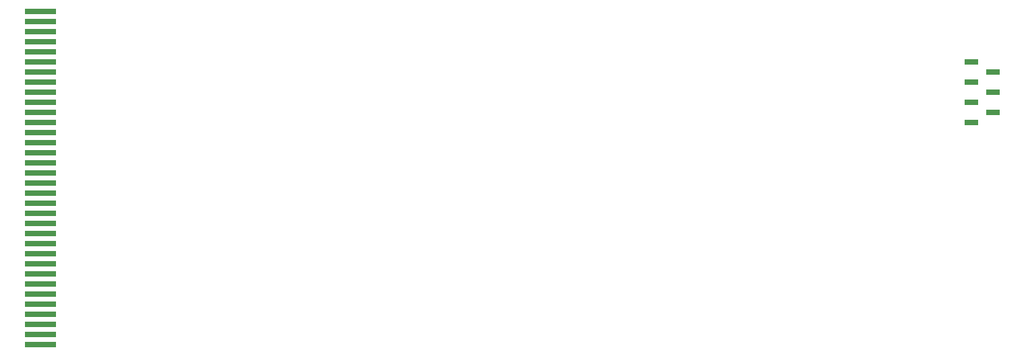
<source format=gbr>
%TF.GenerationSoftware,KiCad,Pcbnew,(5.1.10)-1*%
%TF.CreationDate,2021-12-05T17:06:37+00:00*%
%TF.ProjectId,devboard,64657662-6f61-4726-942e-6b696361645f,rev?*%
%TF.SameCoordinates,Original*%
%TF.FileFunction,Paste,Top*%
%TF.FilePolarity,Positive*%
%FSLAX46Y46*%
G04 Gerber Fmt 4.6, Leading zero omitted, Abs format (unit mm)*
G04 Created by KiCad (PCBNEW (5.1.10)-1) date 2021-12-05 17:06:37*
%MOMM*%
%LPD*%
G01*
G04 APERTURE LIST*
%ADD10R,1.800000X0.650000*%
%ADD11R,4.000000X0.800000*%
G04 APERTURE END LIST*
D10*
%TO.C,J4*%
X198835000Y-75057000D03*
X198835000Y-72517000D03*
X198835000Y-69977000D03*
X196135000Y-76327000D03*
X196135000Y-73787000D03*
X196135000Y-71247000D03*
X196135000Y-68707000D03*
%TD*%
D11*
%TO.C,J1*%
X79280000Y-104262000D03*
X79280000Y-102992000D03*
X79280000Y-101722000D03*
X79280000Y-100452000D03*
X79280000Y-99182000D03*
X79280000Y-97912000D03*
X79280000Y-96642000D03*
X79280000Y-95372000D03*
X79280000Y-94102000D03*
X79280000Y-92832000D03*
X79280000Y-91562000D03*
X79280000Y-90292000D03*
X79280000Y-89022000D03*
X79280000Y-87752000D03*
X79280000Y-86482000D03*
X79280000Y-85212000D03*
X79280000Y-83942000D03*
X79280000Y-82672000D03*
X79280000Y-81402000D03*
X79280000Y-80132000D03*
X79280000Y-78862000D03*
X79280000Y-77592000D03*
X79280000Y-76322000D03*
X79280000Y-75052000D03*
X79280000Y-73782000D03*
X79280000Y-72512000D03*
X79280000Y-71242000D03*
X79280000Y-69972000D03*
X79280000Y-68702000D03*
X79280000Y-67432000D03*
X79280000Y-66162000D03*
X79280000Y-64892000D03*
X79280000Y-63622000D03*
X79280000Y-62352000D03*
%TD*%
M02*

</source>
